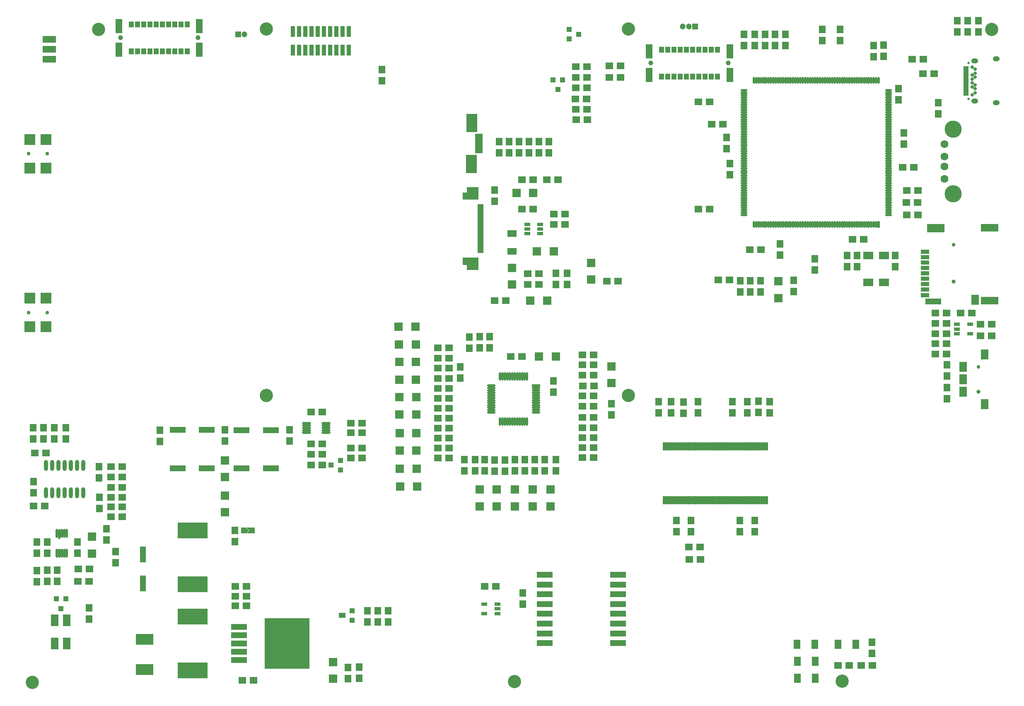
<source format=gbs>
G04*
G04 #@! TF.GenerationSoftware,Altium Limited,Altium Designer,20.1.8 (145)*
G04*
G04 Layer_Color=16711935*
%FSAX24Y24*%
%MOIN*%
G70*
G04*
G04 #@! TF.SameCoordinates,7D9F505B-2EBF-4E8E-82AC-92A1240CC430*
G04*
G04*
G04 #@! TF.FilePolarity,Negative*
G04*
G01*
G75*
%ADD28R,0.0400X0.0480*%
%ADD30R,0.0680X0.0680*%
%ADD33R,0.0680X0.0680*%
%ADD35C,0.0474*%
%ADD36R,0.0474X0.0474*%
%ADD37C,0.1064*%
%ADD38C,0.0315*%
%ADD39C,0.0295*%
%ADD40C,0.0630*%
%ADD41C,0.1380*%
%ADD42C,0.0277*%
%ADD43O,0.0552X0.0410*%
%ADD44C,0.0198*%
%ADD45C,0.0395*%
%ADD104R,0.0530X0.0630*%
%ADD105R,0.0630X0.0530*%
%ADD106R,0.1064X0.0552*%
%ADD107R,0.0591X0.0807*%
%ADD108R,0.1417X0.0630*%
%ADD109R,0.1417X0.0591*%
%ADD110R,0.1417X0.0669*%
%ADD111R,0.1260X0.0512*%
%ADD112R,0.0669X0.0354*%
%ADD113R,0.0415X0.0198*%
%ADD114R,0.1261X0.0474*%
%ADD115R,0.1261X0.0474*%
%ADD116R,0.3623X0.4096*%
%ADD117R,0.1261X0.0500*%
%ADD118R,0.1261X0.0474*%
%ADD119R,0.0552X0.1163*%
%ADD120R,0.0395X0.0513*%
%ADD121R,0.0371X0.0867*%
%ADD122R,0.0474X0.1261*%
%ADD123O,0.0198X0.0552*%
%ADD124R,0.0198X0.0552*%
%ADD125O,0.0552X0.0198*%
%ADD126O,0.0198X0.0710*%
%ADD127O,0.0730X0.0178*%
%ADD128R,0.0440X0.0440*%
%ADD129R,0.0580X0.0440*%
%ADD130R,0.1415X0.0852*%
%ADD131R,0.2442X0.1261*%
%ADD132R,0.0867X0.0867*%
%ADD133R,0.0580X0.0780*%
%ADD134R,0.0395X0.0434*%
%ADD135R,0.0631X0.0946*%
%ADD136R,0.0434X0.0395*%
%ADD137O,0.0198X0.0671*%
%ADD138O,0.0671X0.0198*%
%ADD139R,0.0671X0.0198*%
%ADD140R,0.0828X0.0592*%
%ADD141O,0.0320X0.0880*%
%ADD142O,0.0178X0.0730*%
%ADD143O,0.0178X0.0808*%
%ADD144R,0.0493X0.0316*%
%ADD145R,0.0867X0.1458*%
%ADD146R,0.0635X0.0198*%
%ADD147R,0.0474X0.0198*%
%ADD148R,0.0474X0.0474*%
%ADD149R,0.0780X0.0580*%
G36*
X046649Y052008D02*
X046654Y052007D01*
X046659Y052006D01*
X046664Y052003D01*
X046668Y052000D01*
X046672Y051997D01*
X046675Y051993D01*
X046678Y051989D01*
X046681Y051984D01*
X046682Y051979D01*
X046683Y051974D01*
X046684Y051968D01*
Y051024D01*
X046683Y051018D01*
X046682Y051013D01*
X046681Y051008D01*
X046678Y051004D01*
X046675Y050999D01*
X046672Y050995D01*
X046672Y050995D01*
X046668Y050992D01*
X046664Y050989D01*
X046659Y050987D01*
X046654Y050985D01*
X046649Y050984D01*
X046644Y050984D01*
X045443D01*
X045437Y050984D01*
X045432Y050985D01*
X045427Y050987D01*
X045423Y050989D01*
X045418Y050992D01*
X045414Y050995D01*
X045411Y050999D01*
X045408Y051004D01*
X045406Y051008D01*
X045404Y051013D01*
X045403Y051018D01*
X045403Y051024D01*
Y051535D01*
X045403Y051541D01*
X045404Y051546D01*
X045406Y051551D01*
X045408Y051555D01*
X045411Y051560D01*
X045414Y051564D01*
X045418Y051567D01*
X045423Y051570D01*
X045427Y051572D01*
X045432Y051574D01*
X045437Y051575D01*
X045443Y051576D01*
X045737D01*
Y051968D01*
X045738Y051974D01*
X045739Y051979D01*
X045740Y051984D01*
X045743Y051989D01*
X045746Y051993D01*
X045749Y051997D01*
X045749Y051997D01*
X045753Y052000D01*
X045757Y052003D01*
X045762Y052006D01*
X045767Y052007D01*
X045772Y052008D01*
X045777Y052009D01*
X046644D01*
X046649Y052008D01*
D02*
G37*
G36*
X045443Y046339D02*
X046644D01*
X046649Y046339D01*
X046654Y046338D01*
X046659Y046336D01*
X046664Y046334D01*
X046668Y046331D01*
X046672Y046328D01*
X046675Y046324D01*
X046678Y046319D01*
X046681Y046315D01*
X046682Y046310D01*
X046683Y046304D01*
X046684Y046299D01*
Y045354D01*
X046683Y045349D01*
X046682Y045344D01*
X046681Y045339D01*
X046678Y045334D01*
X046675Y045330D01*
X046672Y045326D01*
X046668Y045323D01*
X046664Y045320D01*
X046659Y045317D01*
X046654Y045316D01*
X046649Y045315D01*
X046644Y045314D01*
X045777D01*
X045772Y045315D01*
X045767Y045316D01*
X045762Y045317D01*
X045757Y045320D01*
X045753Y045323D01*
X045749Y045326D01*
X045746Y045330D01*
X045743Y045334D01*
X045740Y045339D01*
X045739Y045344D01*
X045738Y045349D01*
X045737Y045354D01*
Y045747D01*
X045443D01*
X045437Y045748D01*
X045432Y045749D01*
X045427Y045750D01*
X045423Y045753D01*
X045418Y045756D01*
X045414Y045759D01*
X045411Y045763D01*
X045408Y045767D01*
X045406Y045772D01*
X045404Y045777D01*
X045403Y045782D01*
X045403Y045787D01*
Y046299D01*
X045403Y046304D01*
X045404Y046310D01*
X045406Y046315D01*
X045408Y046319D01*
X045411Y046324D01*
X045414Y046328D01*
X045418Y046331D01*
X045423Y046334D01*
X045427Y046336D01*
X045432Y046338D01*
X045437Y046339D01*
X045443Y046339D01*
X045443Y046339D01*
D02*
G37*
G36*
X028383Y024369D02*
Y024129D01*
X028003D01*
X028243Y024369D01*
X028003Y024609D01*
X028383D01*
Y024369D01*
D02*
G37*
G36*
X028223D02*
X027983Y024129D01*
X027883D01*
Y024609D01*
X027983D01*
X028223Y024369D01*
D02*
G37*
D28*
X028458D02*
D03*
X027783D02*
D03*
D30*
X026270Y028657D02*
D03*
Y030007D02*
D03*
X049388Y045513D02*
D03*
Y044163D02*
D03*
X026270Y025818D02*
D03*
Y027168D02*
D03*
X034973Y012430D02*
D03*
Y013780D02*
D03*
X070818Y044426D02*
D03*
Y043076D02*
D03*
X051027Y027659D02*
D03*
Y026309D02*
D03*
X046765D02*
D03*
Y027659D02*
D03*
X048151D02*
D03*
Y026309D02*
D03*
X049603Y027659D02*
D03*
Y026309D02*
D03*
X052477Y027659D02*
D03*
Y026309D02*
D03*
X057364Y036224D02*
D03*
Y037574D02*
D03*
X055737Y044562D02*
D03*
Y045912D02*
D03*
X015571Y022503D02*
D03*
Y023853D02*
D03*
D33*
X041704Y029331D02*
D03*
X040354D02*
D03*
X041673Y035085D02*
D03*
X040323D02*
D03*
X041734Y027904D02*
D03*
X040384D02*
D03*
X041643Y036486D02*
D03*
X040293D02*
D03*
X040323Y033684D02*
D03*
X041673D02*
D03*
X041685Y030781D02*
D03*
X040335D02*
D03*
X041685Y032185D02*
D03*
X040335D02*
D03*
X051545Y038355D02*
D03*
X052895D02*
D03*
X041635Y039341D02*
D03*
X040285D02*
D03*
X040256Y040778D02*
D03*
X041606D02*
D03*
X040293Y037925D02*
D03*
X041643D02*
D03*
X050845Y042869D02*
D03*
X052195D02*
D03*
X049727Y051541D02*
D03*
X051077D02*
D03*
X052739Y046821D02*
D03*
X051389D02*
D03*
D35*
X063114Y064918D02*
D03*
X063614D02*
D03*
X027831Y064290D02*
D03*
D36*
X064114Y064918D02*
D03*
X027331Y064290D02*
D03*
D37*
X016122Y064685D02*
D03*
X049567Y012195D02*
D03*
X058744Y035217D02*
D03*
Y064744D02*
D03*
X010787Y012116D02*
D03*
X087972Y064685D02*
D03*
X075944Y012238D02*
D03*
X029609Y035217D02*
D03*
X029609Y064744D02*
D03*
D38*
X086911Y035535D02*
D03*
X084902Y044390D02*
D03*
D39*
X086911Y037535D02*
D03*
X084902Y047362D02*
D03*
X011972Y054697D02*
D03*
X010472D02*
D03*
X010470Y041902D02*
D03*
X011970D02*
D03*
D40*
X084169Y055451D02*
D03*
Y053651D02*
D03*
Y054451D02*
D03*
Y052651D02*
D03*
D41*
X084869Y056651D02*
D03*
Y051451D02*
D03*
D42*
X086397Y061652D02*
D03*
X086642Y061494D02*
D03*
X086642Y061179D02*
D03*
X086397Y061022D02*
D03*
X086642Y060864D02*
D03*
X086397Y060707D02*
D03*
Y060392D02*
D03*
Y060077D02*
D03*
X086642Y060234D02*
D03*
Y059919D02*
D03*
Y059604D02*
D03*
X086397Y059447D02*
D03*
D43*
X086601Y058923D02*
D03*
X088329Y058781D02*
D03*
Y062317D02*
D03*
X086601Y062175D02*
D03*
D44*
X086109Y061994D02*
D03*
X086108Y059101D02*
D03*
D45*
X024100Y064016D02*
D03*
X017860D02*
D03*
X066780Y061991D02*
D03*
X060540D02*
D03*
D104*
X083662Y058781D02*
D03*
X083662Y057881D02*
D03*
X086892Y065386D02*
D03*
X086892Y064486D02*
D03*
X085207Y065386D02*
D03*
X085207Y064486D02*
D03*
X086052Y064493D02*
D03*
X086052Y065393D02*
D03*
X016732Y024498D02*
D03*
X016732Y023598D02*
D03*
X068531Y043578D02*
D03*
X068531Y044478D02*
D03*
X067729Y043578D02*
D03*
X067729Y044478D02*
D03*
X068051Y064282D02*
D03*
X068051Y063382D02*
D03*
X050246Y018431D02*
D03*
X050246Y019331D02*
D03*
X026270Y031565D02*
D03*
X026270Y032465D02*
D03*
X021043Y032435D02*
D03*
X021043Y031535D02*
D03*
X031459Y032454D02*
D03*
X031459Y031554D02*
D03*
X039395Y017899D02*
D03*
X039395Y016999D02*
D03*
X038568Y016991D02*
D03*
X038568Y017891D02*
D03*
X037734Y016991D02*
D03*
X037734Y017891D02*
D03*
X036181Y012441D02*
D03*
X036181Y013341D02*
D03*
X027062Y023461D02*
D03*
X027062Y024361D02*
D03*
X016152Y029508D02*
D03*
X016152Y028608D02*
D03*
X016171Y027032D02*
D03*
X016171Y026132D02*
D03*
X037060Y013348D02*
D03*
X037060Y012448D02*
D03*
X045196Y036617D02*
D03*
X045196Y037517D02*
D03*
X045543Y029153D02*
D03*
X045543Y030053D02*
D03*
X047576Y039069D02*
D03*
X047576Y039969D02*
D03*
X048816Y030044D02*
D03*
X048816Y029144D02*
D03*
X049603Y030053D02*
D03*
X049603Y029153D02*
D03*
X046397Y030052D02*
D03*
X046397Y029152D02*
D03*
X047183Y029153D02*
D03*
X047183Y030053D02*
D03*
X047980Y030044D02*
D03*
X047980Y029144D02*
D03*
X050417Y030053D02*
D03*
X050417Y029153D02*
D03*
X051215D02*
D03*
X051215Y030053D02*
D03*
X052009Y030070D02*
D03*
X052009Y029170D02*
D03*
X052895Y030071D02*
D03*
X052895Y029171D02*
D03*
X046774Y039955D02*
D03*
X046774Y039055D02*
D03*
X052719Y036401D02*
D03*
X052719Y035501D02*
D03*
X057364Y034557D02*
D03*
X057364Y033657D02*
D03*
X045946Y039041D02*
D03*
X045946Y039941D02*
D03*
X075771Y063783D02*
D03*
X075771Y064683D02*
D03*
X069370Y043578D02*
D03*
X069370Y044478D02*
D03*
X072025Y043586D02*
D03*
X072025Y044486D02*
D03*
X073737Y045341D02*
D03*
X073737Y046241D02*
D03*
X080920Y055478D02*
D03*
X080920Y056378D02*
D03*
X080481Y059022D02*
D03*
X080481Y059922D02*
D03*
X074344Y063783D02*
D03*
X074344Y064683D02*
D03*
X070554Y063390D02*
D03*
X070554Y064290D02*
D03*
X067719Y024252D02*
D03*
X067719Y025152D02*
D03*
X063760D02*
D03*
X063760Y024252D02*
D03*
X070095Y034734D02*
D03*
X070095Y033833D02*
D03*
X068292Y034739D02*
D03*
X068292Y033839D02*
D03*
X064355Y034716D02*
D03*
X064355Y033816D02*
D03*
X061163Y033839D02*
D03*
X061163Y034739D02*
D03*
X069215Y033848D02*
D03*
X069215Y034748D02*
D03*
X077141Y045611D02*
D03*
X077141Y046511D02*
D03*
X076328Y045599D02*
D03*
X076328Y046499D02*
D03*
X070948Y046516D02*
D03*
X070948Y047416D02*
D03*
X066914Y053895D02*
D03*
X066914Y052995D02*
D03*
X068906Y025152D02*
D03*
X068906Y024252D02*
D03*
X062606D02*
D03*
X062606Y025152D02*
D03*
X067111Y033839D02*
D03*
X067111Y034739D02*
D03*
X062190Y034725D02*
D03*
X062190Y033825D02*
D03*
X063185Y033808D02*
D03*
X063185Y034708D02*
D03*
X080195Y045599D02*
D03*
X080195Y046499D02*
D03*
X078479Y063410D02*
D03*
X078479Y062510D02*
D03*
X079276Y063417D02*
D03*
X079276Y062517D02*
D03*
X071373Y063399D02*
D03*
X071373Y064299D02*
D03*
X068905Y063382D02*
D03*
X068905Y064282D02*
D03*
X069738D02*
D03*
X069738Y063382D02*
D03*
X066626Y055996D02*
D03*
X066626Y055096D02*
D03*
X015337Y018114D02*
D03*
X015337Y017214D02*
D03*
X014401Y022530D02*
D03*
X014401Y023430D02*
D03*
X010875Y027406D02*
D03*
X010875Y028306D02*
D03*
X011973Y021166D02*
D03*
X011973Y020266D02*
D03*
X011975Y023432D02*
D03*
X011975Y022532D02*
D03*
X011139Y022522D02*
D03*
X011139Y023422D02*
D03*
X010838Y031727D02*
D03*
X010838Y032627D02*
D03*
X011691D02*
D03*
X011691Y031727D02*
D03*
X012545D02*
D03*
X012545Y032627D02*
D03*
X013478D02*
D03*
X013478Y031727D02*
D03*
X011136Y020246D02*
D03*
X011136Y021146D02*
D03*
X012778Y020257D02*
D03*
X012778Y021157D02*
D03*
X017480Y022662D02*
D03*
X017480Y021762D02*
D03*
X049144Y055654D02*
D03*
X049144Y054754D02*
D03*
X048327Y054774D02*
D03*
X048327Y055674D02*
D03*
X050738D02*
D03*
X050738Y054774D02*
D03*
X049950Y055654D02*
D03*
X049949Y054754D02*
D03*
X051536Y055661D02*
D03*
X051536Y054761D02*
D03*
X052337Y055654D02*
D03*
X052337Y054754D02*
D03*
X038898Y061470D02*
D03*
X038898Y060570D02*
D03*
X053794Y045057D02*
D03*
X053794Y044157D02*
D03*
X052895Y045057D02*
D03*
X052895Y044157D02*
D03*
X078346Y015359D02*
D03*
X078346Y014459D02*
D03*
X084390Y035855D02*
D03*
X084390Y034955D02*
D03*
X084385Y037689D02*
D03*
X084385Y036789D02*
D03*
X047963Y050872D02*
D03*
X047963Y051772D02*
D03*
D105*
X065971Y044522D02*
D03*
X066871Y044522D02*
D03*
X082022Y050770D02*
D03*
X081122Y050770D02*
D03*
X028024Y018283D02*
D03*
X027124Y018283D02*
D03*
Y019068D02*
D03*
X028024Y019068D02*
D03*
X081584Y062282D02*
D03*
X082484Y062282D02*
D03*
X082452Y061132D02*
D03*
X083352Y061132D02*
D03*
X065455Y057053D02*
D03*
X066355Y057053D02*
D03*
X037298Y030212D02*
D03*
X036398Y030212D02*
D03*
X037298Y031009D02*
D03*
X036398Y031009D02*
D03*
X034104Y029622D02*
D03*
X033204Y029622D02*
D03*
X034104Y030512D02*
D03*
X033204Y030512D02*
D03*
X034104Y031332D02*
D03*
X033204Y031332D02*
D03*
X034104Y033885D02*
D03*
X033204Y033885D02*
D03*
X037298Y033012D02*
D03*
X036398Y033012D02*
D03*
X037298Y032224D02*
D03*
X036398Y032224D02*
D03*
X063630Y022031D02*
D03*
X064530Y022031D02*
D03*
X027124Y019857D02*
D03*
X028024Y019857D02*
D03*
X018000Y027844D02*
D03*
X017100Y027844D02*
D03*
X017993Y028659D02*
D03*
X017093Y028659D02*
D03*
X018000Y029508D02*
D03*
X017100Y029508D02*
D03*
X018006Y027037D02*
D03*
X017106Y027037D02*
D03*
X017992Y026250D02*
D03*
X017092Y026250D02*
D03*
X017093Y025459D02*
D03*
X017993Y025459D02*
D03*
X076516Y013489D02*
D03*
X075616Y013489D02*
D03*
X077486Y013484D02*
D03*
X078386Y013484D02*
D03*
X084340Y041024D02*
D03*
X083440Y041024D02*
D03*
X083427Y041880D02*
D03*
X084327Y041880D02*
D03*
X063622Y023022D02*
D03*
X064522Y023022D02*
D03*
X028577Y012293D02*
D03*
X027677Y012293D02*
D03*
X055060Y036011D02*
D03*
X055960Y036011D02*
D03*
X044302Y037420D02*
D03*
X043402Y037420D02*
D03*
X044302Y038217D02*
D03*
X043402Y038217D02*
D03*
X043416Y039055D02*
D03*
X044316Y039055D02*
D03*
X043419Y031805D02*
D03*
X044319Y031805D02*
D03*
X043419Y030212D02*
D03*
X044319Y030212D02*
D03*
X044311Y035798D02*
D03*
X043411Y035798D02*
D03*
X043411Y033390D02*
D03*
X044311Y033390D02*
D03*
X044302Y032590D02*
D03*
X043402Y032590D02*
D03*
X043403Y031000D02*
D03*
X044303Y031000D02*
D03*
X055053Y033469D02*
D03*
X055953Y033469D02*
D03*
X055053Y034350D02*
D03*
X055953Y034350D02*
D03*
X043410Y036613D02*
D03*
X044310Y036613D02*
D03*
X055956Y035204D02*
D03*
X055056Y035204D02*
D03*
X055053Y036855D02*
D03*
X055953Y036855D02*
D03*
X055941Y038499D02*
D03*
X055041Y038499D02*
D03*
X049285Y038357D02*
D03*
X050185Y038357D02*
D03*
X043419Y034992D02*
D03*
X044319Y034992D02*
D03*
X055948Y032616D02*
D03*
X055048Y032616D02*
D03*
X055941Y031823D02*
D03*
X055041Y031823D02*
D03*
Y031039D02*
D03*
X055941Y031039D02*
D03*
X055949Y037700D02*
D03*
X055049Y037700D02*
D03*
X055944Y030214D02*
D03*
X055044Y030214D02*
D03*
X044319Y034203D02*
D03*
X043419Y034203D02*
D03*
X069420Y046973D02*
D03*
X068520Y046973D02*
D03*
X064387Y050230D02*
D03*
X065287Y050230D02*
D03*
X081157Y051740D02*
D03*
X082057Y051740D02*
D03*
X065287Y058853D02*
D03*
X064387Y058853D02*
D03*
X076788Y047796D02*
D03*
X077688Y047796D02*
D03*
X058110Y061752D02*
D03*
X057210Y061752D02*
D03*
Y060846D02*
D03*
X058110Y060846D02*
D03*
X082030Y049767D02*
D03*
X081130Y049767D02*
D03*
X080807Y053612D02*
D03*
X081707Y053612D02*
D03*
X055426Y057447D02*
D03*
X054526Y057447D02*
D03*
X055418Y058262D02*
D03*
X054518Y058262D02*
D03*
X055418Y061703D02*
D03*
X054518Y061703D02*
D03*
Y060846D02*
D03*
X055418Y060846D02*
D03*
X054487Y059090D02*
D03*
X055387Y059090D02*
D03*
X054508Y059990D02*
D03*
X055408Y059990D02*
D03*
X057913Y044419D02*
D03*
X057013Y044419D02*
D03*
X015337Y020277D02*
D03*
X014437Y020277D02*
D03*
X015378Y021265D02*
D03*
X014478Y021265D02*
D03*
X010970Y030598D02*
D03*
X011870Y030598D02*
D03*
X010877Y026336D02*
D03*
X011777Y026336D02*
D03*
X087065Y040950D02*
D03*
X087965Y040950D02*
D03*
X047161Y019852D02*
D03*
X048061Y019852D02*
D03*
X050636Y044163D02*
D03*
X051536Y044163D02*
D03*
X053071Y052598D02*
D03*
X052171Y052598D02*
D03*
X053639Y049013D02*
D03*
X052739Y049013D02*
D03*
X050177Y052598D02*
D03*
X051077Y052598D02*
D03*
X052739Y049823D02*
D03*
X053639Y049823D02*
D03*
X087065Y040017D02*
D03*
X087965Y040017D02*
D03*
X050636Y045028D02*
D03*
X051536Y045028D02*
D03*
X051077Y050244D02*
D03*
X050177Y050244D02*
D03*
X083427Y038563D02*
D03*
X084327Y038563D02*
D03*
X085463Y041880D02*
D03*
X086363Y041880D02*
D03*
X083440Y040204D02*
D03*
X084340Y040204D02*
D03*
X084327Y039389D02*
D03*
X083427Y039389D02*
D03*
X047963Y042869D02*
D03*
X048863Y042869D02*
D03*
D106*
X012146Y063910D02*
D03*
Y062310D02*
D03*
Y063110D02*
D03*
D107*
X085661Y037535D02*
D03*
Y036535D02*
D03*
Y035535D02*
D03*
X087411Y038535D02*
D03*
Y034535D02*
D03*
X086634Y042943D02*
D03*
D108*
X087795Y042854D02*
D03*
D109*
Y048740D02*
D03*
D110*
X083465Y048701D02*
D03*
D111*
X083268Y042795D02*
D03*
D112*
X082618Y043297D02*
D03*
Y043750D02*
D03*
Y044183D02*
D03*
Y044616D02*
D03*
Y045049D02*
D03*
Y045482D02*
D03*
Y045915D02*
D03*
Y046348D02*
D03*
Y046782D02*
D03*
D113*
X085912Y061238D02*
D03*
Y061435D02*
D03*
Y061041D02*
D03*
Y060844D02*
D03*
Y060648D02*
D03*
Y060451D02*
D03*
Y060254D02*
D03*
Y060057D02*
D03*
Y059467D02*
D03*
Y059860D02*
D03*
Y059663D02*
D03*
Y061632D02*
D03*
D114*
X052003Y020797D02*
D03*
Y020010D02*
D03*
D115*
Y019222D02*
D03*
Y018435D02*
D03*
Y017648D02*
D03*
Y016860D02*
D03*
Y016073D02*
D03*
Y015285D02*
D03*
X057923D02*
D03*
Y016073D02*
D03*
Y016860D02*
D03*
Y017648D02*
D03*
Y018435D02*
D03*
Y019222D02*
D03*
Y020010D02*
D03*
Y020797D02*
D03*
D116*
X031289Y015262D02*
D03*
D117*
X027401Y015938D02*
D03*
Y013928D02*
D03*
Y016608D02*
D03*
Y014598D02*
D03*
Y015262D02*
D03*
D118*
X027608Y032441D02*
D03*
X029970D02*
D03*
X022461Y032454D02*
D03*
X024823D02*
D03*
X022461Y029360D02*
D03*
X024823D02*
D03*
X027610Y029360D02*
D03*
X029972D02*
D03*
D119*
X024218Y064970D02*
D03*
X017742D02*
D03*
X024218Y063061D02*
D03*
X017742D02*
D03*
X066899Y062945D02*
D03*
X060422D02*
D03*
X066899Y061036D02*
D03*
X060422D02*
D03*
D120*
X023230Y065098D02*
D03*
X022730D02*
D03*
X022230D02*
D03*
X021730D02*
D03*
X021230D02*
D03*
X020730D02*
D03*
X020230D02*
D03*
X019730D02*
D03*
X019230D02*
D03*
X018730D02*
D03*
X023230Y062933D02*
D03*
X022730D02*
D03*
X022230D02*
D03*
X021730D02*
D03*
X021230D02*
D03*
X020730D02*
D03*
X020230D02*
D03*
X019730D02*
D03*
X019230D02*
D03*
X018730D02*
D03*
X065910Y063073D02*
D03*
X065410D02*
D03*
X064910D02*
D03*
X064410D02*
D03*
X063910D02*
D03*
X063410D02*
D03*
X062910D02*
D03*
X062410D02*
D03*
X061910D02*
D03*
X061410D02*
D03*
X065910Y060908D02*
D03*
X065410D02*
D03*
X064910D02*
D03*
X064410D02*
D03*
X063910D02*
D03*
X063410D02*
D03*
X062910D02*
D03*
X062410D02*
D03*
X061910D02*
D03*
X061410D02*
D03*
D121*
X031738Y063020D02*
D03*
X032238D02*
D03*
X032738D02*
D03*
X033238D02*
D03*
X033738D02*
D03*
X034238D02*
D03*
X034738D02*
D03*
X035238D02*
D03*
X035738D02*
D03*
X036238D02*
D03*
X031738Y064520D02*
D03*
X032238D02*
D03*
X032738D02*
D03*
X033238D02*
D03*
X033738D02*
D03*
X034238D02*
D03*
X034738D02*
D03*
X035238D02*
D03*
X035738D02*
D03*
X036238D02*
D03*
D122*
X019664Y020081D02*
D03*
Y022444D02*
D03*
D123*
X069823Y048982D02*
D03*
X069429D02*
D03*
X069626D02*
D03*
X069035D02*
D03*
X068838D02*
D03*
X069232D02*
D03*
X071594D02*
D03*
X071200D02*
D03*
X071397D02*
D03*
X070807D02*
D03*
X070610D02*
D03*
X071004D02*
D03*
X070216D02*
D03*
X070019D02*
D03*
X070413D02*
D03*
X073366D02*
D03*
X072972D02*
D03*
X073169D02*
D03*
X072578D02*
D03*
X072382D02*
D03*
X072775D02*
D03*
X071988D02*
D03*
X071791D02*
D03*
X072185D02*
D03*
X075137D02*
D03*
X074744D02*
D03*
X074941D02*
D03*
X074350D02*
D03*
X074153D02*
D03*
X074547D02*
D03*
X073563D02*
D03*
X073956D02*
D03*
X076909D02*
D03*
X076515D02*
D03*
X076712D02*
D03*
X076122D02*
D03*
X075925D02*
D03*
X076319D02*
D03*
X075531D02*
D03*
X075334D02*
D03*
X075728D02*
D03*
X077500D02*
D03*
X077106D02*
D03*
X077303D02*
D03*
X078090D02*
D03*
X077697D02*
D03*
X077893D02*
D03*
X078484D02*
D03*
X078287D02*
D03*
X078681D02*
D03*
X073760D02*
D03*
X068838Y060596D02*
D03*
X077893D02*
D03*
X078287D02*
D03*
X078090D02*
D03*
X078681D02*
D03*
X078878D02*
D03*
X078484D02*
D03*
X076122D02*
D03*
X076515D02*
D03*
X076319D02*
D03*
X076909D02*
D03*
X077106D02*
D03*
X076712D02*
D03*
X077500D02*
D03*
X077697D02*
D03*
X077303D02*
D03*
X074350D02*
D03*
X074744D02*
D03*
X074547D02*
D03*
X075137D02*
D03*
X075334D02*
D03*
X074941D02*
D03*
X075728D02*
D03*
X075925D02*
D03*
X075531D02*
D03*
X072578D02*
D03*
X072972D02*
D03*
X072775D02*
D03*
X073366D02*
D03*
X073563D02*
D03*
X073169D02*
D03*
X074153D02*
D03*
X073759D02*
D03*
X070807D02*
D03*
X071200D02*
D03*
X071004D02*
D03*
X071594D02*
D03*
X071791D02*
D03*
X071397D02*
D03*
X072185D02*
D03*
X072382D02*
D03*
X071988D02*
D03*
X070216D02*
D03*
X070610D02*
D03*
X070413D02*
D03*
X069626D02*
D03*
X070019D02*
D03*
X069823D02*
D03*
X069232D02*
D03*
X069429D02*
D03*
X069035D02*
D03*
X073956D02*
D03*
D124*
X078878Y048982D02*
D03*
D125*
X068051Y054888D02*
D03*
Y049966D02*
D03*
Y050360D02*
D03*
Y050163D02*
D03*
Y050754D02*
D03*
Y050951D02*
D03*
Y050557D02*
D03*
Y051344D02*
D03*
Y051541D02*
D03*
Y051147D02*
D03*
Y052919D02*
D03*
Y053313D02*
D03*
Y053116D02*
D03*
Y052329D02*
D03*
Y052722D02*
D03*
Y052525D02*
D03*
Y051935D02*
D03*
Y052132D02*
D03*
Y051738D02*
D03*
Y054691D02*
D03*
Y055084D02*
D03*
Y054100D02*
D03*
Y054494D02*
D03*
Y054297D02*
D03*
Y053706D02*
D03*
Y053903D02*
D03*
Y053510D02*
D03*
Y056462D02*
D03*
Y056856D02*
D03*
Y056659D02*
D03*
Y055872D02*
D03*
Y056266D02*
D03*
Y056069D02*
D03*
Y055478D02*
D03*
Y055675D02*
D03*
Y055281D02*
D03*
Y058234D02*
D03*
Y058628D02*
D03*
Y058431D02*
D03*
Y057643D02*
D03*
Y058037D02*
D03*
Y057840D02*
D03*
Y057250D02*
D03*
Y057447D02*
D03*
Y057053D02*
D03*
Y059415D02*
D03*
Y059809D02*
D03*
Y059612D02*
D03*
Y059021D02*
D03*
Y059218D02*
D03*
Y058825D02*
D03*
Y049769D02*
D03*
X079665D02*
D03*
Y058825D02*
D03*
Y059218D02*
D03*
Y059021D02*
D03*
Y059612D02*
D03*
Y059809D02*
D03*
Y059415D02*
D03*
Y057053D02*
D03*
Y057447D02*
D03*
Y057250D02*
D03*
Y057840D02*
D03*
Y058037D02*
D03*
Y057643D02*
D03*
Y058431D02*
D03*
Y058628D02*
D03*
Y058234D02*
D03*
Y055281D02*
D03*
Y055675D02*
D03*
Y055478D02*
D03*
Y056069D02*
D03*
Y056266D02*
D03*
Y055872D02*
D03*
Y056659D02*
D03*
Y056856D02*
D03*
Y056462D02*
D03*
Y053510D02*
D03*
Y053903D02*
D03*
Y053706D02*
D03*
Y054297D02*
D03*
Y054494D02*
D03*
Y054100D02*
D03*
Y055084D02*
D03*
Y054691D02*
D03*
Y051738D02*
D03*
Y052132D02*
D03*
Y051935D02*
D03*
Y052525D02*
D03*
Y052722D02*
D03*
Y052329D02*
D03*
Y053116D02*
D03*
Y053313D02*
D03*
Y052919D02*
D03*
Y051147D02*
D03*
Y051541D02*
D03*
Y051344D02*
D03*
Y050557D02*
D03*
Y050951D02*
D03*
Y050754D02*
D03*
Y050163D02*
D03*
Y050360D02*
D03*
Y049966D02*
D03*
Y054888D02*
D03*
D126*
X069865Y026795D02*
D03*
X069668D02*
D03*
X069471D02*
D03*
X069274D02*
D03*
X069077D02*
D03*
X068880D02*
D03*
X068684D02*
D03*
X068487D02*
D03*
X068290D02*
D03*
X068093D02*
D03*
X067896D02*
D03*
X067699D02*
D03*
X067502D02*
D03*
X067306D02*
D03*
X067109D02*
D03*
X066912D02*
D03*
X066715D02*
D03*
X066518D02*
D03*
X066321D02*
D03*
X066124D02*
D03*
X065928D02*
D03*
X065731D02*
D03*
X065534D02*
D03*
X065337D02*
D03*
X065140D02*
D03*
X064943D02*
D03*
X064747D02*
D03*
X064550D02*
D03*
X064353D02*
D03*
X064156D02*
D03*
X063959D02*
D03*
X063762D02*
D03*
X063565D02*
D03*
X063369D02*
D03*
X063172D02*
D03*
X062975D02*
D03*
X062778D02*
D03*
X062581D02*
D03*
X062384D02*
D03*
X062187D02*
D03*
X061991D02*
D03*
X061794D02*
D03*
X061597D02*
D03*
X069865Y031126D02*
D03*
X069668D02*
D03*
X069471D02*
D03*
X069274D02*
D03*
X069077D02*
D03*
X068880D02*
D03*
X068684D02*
D03*
X068487D02*
D03*
X068290D02*
D03*
X068093D02*
D03*
X067896D02*
D03*
X067699D02*
D03*
X067502D02*
D03*
X067306D02*
D03*
X067109D02*
D03*
X066912D02*
D03*
X066715D02*
D03*
X066518D02*
D03*
X066321D02*
D03*
X066124D02*
D03*
X065928D02*
D03*
X065731D02*
D03*
X065534D02*
D03*
X065337D02*
D03*
X065140D02*
D03*
X064943D02*
D03*
X064747D02*
D03*
X064550D02*
D03*
X064353D02*
D03*
X064156D02*
D03*
X063959D02*
D03*
X063762D02*
D03*
X063565D02*
D03*
X063369D02*
D03*
X063172D02*
D03*
X062975D02*
D03*
X062778D02*
D03*
X062581D02*
D03*
X062384D02*
D03*
X062187D02*
D03*
X061991D02*
D03*
X061794D02*
D03*
X061597D02*
D03*
D127*
X032825Y032224D02*
D03*
Y032421D02*
D03*
Y032618D02*
D03*
Y032815D02*
D03*
Y033012D02*
D03*
X034419Y032224D02*
D03*
Y032421D02*
D03*
Y032618D02*
D03*
Y032815D02*
D03*
Y033012D02*
D03*
D128*
X036506Y017896D02*
D03*
Y017146D02*
D03*
D129*
X035706Y017516D02*
D03*
D130*
X019808Y015612D02*
D03*
X019811Y013156D02*
D03*
D131*
X023659Y017427D02*
D03*
X023661Y013097D02*
D03*
X023661Y020039D02*
D03*
X023659Y024369D02*
D03*
D132*
X011872Y053547D02*
D03*
X010572D02*
D03*
X011872Y055847D02*
D03*
X010572D02*
D03*
X010570Y043052D02*
D03*
X011870D02*
D03*
X010570Y040752D02*
D03*
X011870D02*
D03*
D133*
X072339Y012451D02*
D03*
X073789D02*
D03*
X072339Y013829D02*
D03*
X073789D02*
D03*
X077047Y015207D02*
D03*
X075597D02*
D03*
X072303Y015197D02*
D03*
X073753D02*
D03*
D134*
X013078Y018068D02*
D03*
X013464Y018856D02*
D03*
X012692D02*
D03*
X052685Y060643D02*
D03*
X053457D02*
D03*
X053071Y059856D02*
D03*
D135*
X012566Y017143D02*
D03*
Y015254D02*
D03*
X013551D02*
D03*
Y017143D02*
D03*
D136*
X034803Y029622D02*
D03*
X035591Y029236D02*
D03*
Y030007D02*
D03*
X053967Y063925D02*
D03*
Y064697D02*
D03*
X054754Y064311D02*
D03*
D137*
X049209Y033127D02*
D03*
X049013Y036749D02*
D03*
X049603Y033127D02*
D03*
X049997Y036749D02*
D03*
X048816Y036749D02*
D03*
X049013Y033127D02*
D03*
X049406Y036749D02*
D03*
X049997Y033127D02*
D03*
X049209Y036749D02*
D03*
X050194Y033127D02*
D03*
X049406Y033127D02*
D03*
X049800D02*
D03*
X050587Y036749D02*
D03*
X049603Y036749D02*
D03*
X048422Y033127D02*
D03*
X048619Y036749D02*
D03*
X048816Y033127D02*
D03*
X050391Y033127D02*
D03*
X050587D02*
D03*
X048422Y036749D02*
D03*
X048619Y033127D02*
D03*
X049800Y036749D02*
D03*
X050391Y036749D02*
D03*
X050194Y036749D02*
D03*
D138*
X047694Y034840D02*
D03*
X051316Y034446D02*
D03*
X051316Y035233D02*
D03*
Y035627D02*
D03*
Y035430D02*
D03*
X047694Y035430D02*
D03*
Y035233D02*
D03*
Y035037D02*
D03*
Y034643D02*
D03*
Y034446D02*
D03*
Y034249D02*
D03*
X051316Y034643D02*
D03*
Y034840D02*
D03*
X051316Y035037D02*
D03*
X047694Y035824D02*
D03*
Y035627D02*
D03*
X047694Y034052D02*
D03*
Y033856D02*
D03*
X051316Y033856D02*
D03*
X047694Y036021D02*
D03*
X051316Y034052D02*
D03*
X051316Y035824D02*
D03*
X051316Y034249D02*
D03*
D139*
X051316Y036021D02*
D03*
D140*
X078051Y044345D02*
D03*
Y046511D02*
D03*
X079311Y044345D02*
D03*
Y046511D02*
D03*
D141*
X012387Y029605D02*
D03*
X011887D02*
D03*
Y027405D02*
D03*
X012887Y029605D02*
D03*
X013387D02*
D03*
X013887D02*
D03*
X014887Y027405D02*
D03*
X012887D02*
D03*
X013387D02*
D03*
X013887D02*
D03*
X014387Y029605D02*
D03*
X012387Y027405D02*
D03*
X014387D02*
D03*
X014887Y029605D02*
D03*
D142*
X012740Y024116D02*
D03*
X013134D02*
D03*
X013331D02*
D03*
X013528D02*
D03*
X012740Y022522D02*
D03*
X012937D02*
D03*
X013134D02*
D03*
X013331D02*
D03*
X013528D02*
D03*
D143*
X012937Y024077D02*
D03*
D144*
X085187Y040950D02*
D03*
Y040576D02*
D03*
Y040202D02*
D03*
X086250Y040950D02*
D03*
Y040202D02*
D03*
X048218Y017677D02*
D03*
Y018051D02*
D03*
Y018425D02*
D03*
X047156Y017677D02*
D03*
Y018425D02*
D03*
X051656Y048639D02*
D03*
Y048265D02*
D03*
Y049013D02*
D03*
X050593Y048265D02*
D03*
Y048639D02*
D03*
Y049013D02*
D03*
D145*
X046122Y053858D02*
D03*
X046128Y057165D02*
D03*
D146*
X046704Y054823D02*
D03*
Y055807D02*
D03*
Y055020D02*
D03*
Y055217D02*
D03*
Y055413D02*
D03*
Y055610D02*
D03*
Y056004D02*
D03*
Y056201D02*
D03*
D147*
X046841Y048957D02*
D03*
Y048366D02*
D03*
Y048760D02*
D03*
Y048169D02*
D03*
Y049350D02*
D03*
Y047972D02*
D03*
Y049547D02*
D03*
Y047776D02*
D03*
Y049744D02*
D03*
Y047579D02*
D03*
Y047382D02*
D03*
Y049154D02*
D03*
Y050138D02*
D03*
Y047185D02*
D03*
Y050335D02*
D03*
Y046988D02*
D03*
Y048563D02*
D03*
Y049941D02*
D03*
Y050531D02*
D03*
Y046791D02*
D03*
D148*
X046153Y051470D02*
D03*
Y045853D02*
D03*
D149*
X049388Y046815D02*
D03*
Y048265D02*
D03*
M02*

</source>
